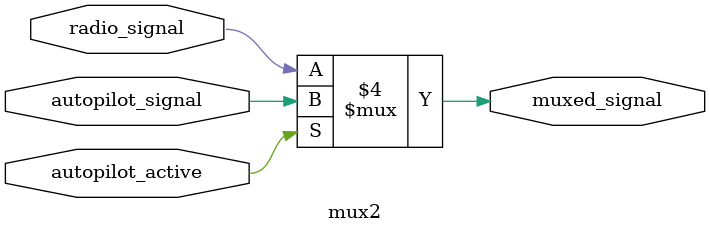
<source format=sv>
module mux2(autopilot_signal, radio_signal, autopilot_active, muxed_signal);

input autopilot_signal;
input radio_signal;
input autopilot_active;

output muxed_signal;

always @(*)
	if (autopilot_active == 1)
		muxed_signal = autopilot_signal;
	else
		muxed_signal = radio_signal;	

endmodule

</source>
